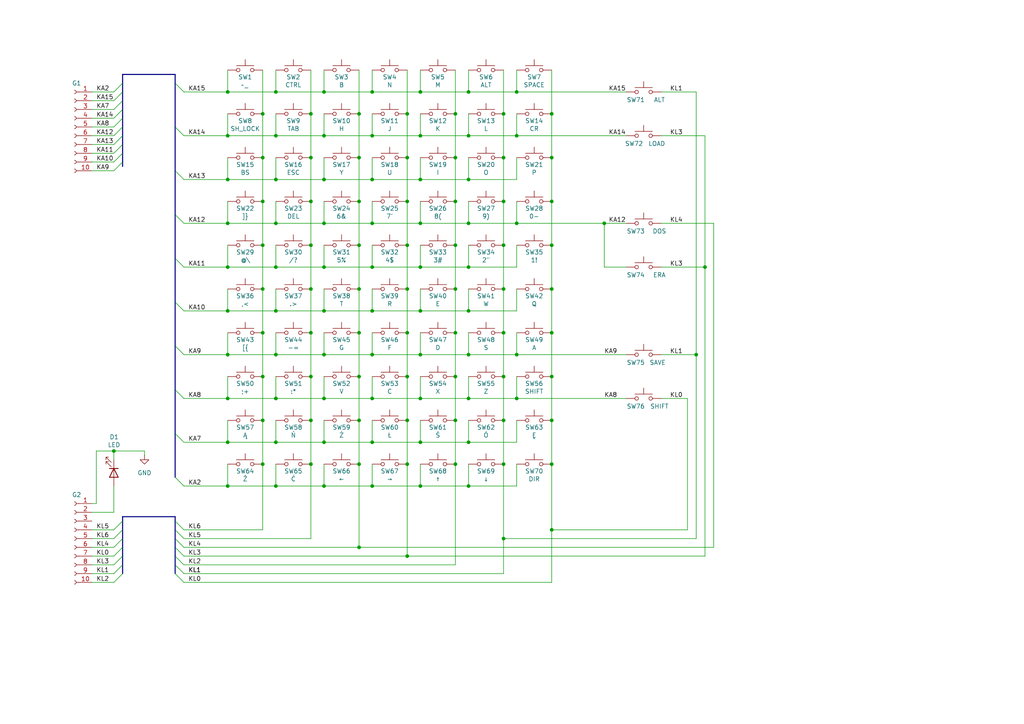
<source format=kicad_sch>
(kicad_sch (version 20250114) (generator "eeschema") (generator_version "9.0")
  (paper "A4")
  (title_block (title "Elwro 800 Junior replica - Cherry MX keyboard") (company "Przemysław Węgrzyn <pwegrzyn@codepainters.com>"))
  (lib_symbols
    (symbol "Connector:Conn_01x10_Socket" (pin_names (offset 1.016) (hide yes))
      (property "Reference" "J" (at 0 12.7 0))
      (property "Value" "Conn_01x10_Socket" (at 0 -15.24 0))
      (symbol "Conn_01x10_Socket_1_1"
        (polyline (pts (xy -1.27 10.16) (xy -0.508 10.16)) (stroke (width 0.1524)))
        (polyline (pts (xy -1.27 7.62) (xy -0.508 7.62)) (stroke (width 0.1524)))
        (polyline (pts (xy -1.27 5.08) (xy -0.508 5.08)) (stroke (width 0.1524)))
        (polyline (pts (xy -1.27 2.54) (xy -0.508 2.54)) (stroke (width 0.1524)))
        (polyline (pts (xy -1.27 0) (xy -0.508 0)) (stroke (width 0.1524)))
        (polyline (pts (xy -1.27 -2.54) (xy -0.508 -2.54)) (stroke (width 0.1524)))
        (polyline (pts (xy -1.27 -5.08) (xy -0.508 -5.08)) (stroke (width 0.1524)))
        (polyline (pts (xy -1.27 -7.62) (xy -0.508 -7.62)) (stroke (width 0.1524)))
        (polyline (pts (xy -1.27 -10.16) (xy -0.508 -10.16)) (stroke (width 0.1524)))
        (polyline (pts (xy -1.27 -12.7) (xy -0.508 -12.7)) (stroke (width 0.1524)))
        (arc (start 0 9.652) (mid -0.5058 10.16) (end 0 10.668) (stroke (width 0.1524)))
        (arc (start 0 7.112) (mid -0.5058 7.62) (end 0 8.128) (stroke (width 0.1524)))
        (arc (start 0 4.572) (mid -0.5058 5.08) (end 0 5.588) (stroke (width 0.1524)))
        (arc (start 0 2.032) (mid -0.5058 2.54) (end 0 3.048) (stroke (width 0.1524)))
        (arc (start 0 -0.508) (mid -0.5058 0) (end 0 0.508) (stroke (width 0.1524)))
        (arc (start 0 -3.048) (mid -0.5058 -2.54) (end 0 -2.032) (stroke (width 0.1524)))
        (arc (start 0 -5.588) (mid -0.5058 -5.08) (end 0 -4.572) (stroke (width 0.1524)))
        (arc (start 0 -8.128) (mid -0.5058 -7.62) (end 0 -7.112) (stroke (width 0.1524)))
        (arc (start 0 -10.668) (mid -0.5058 -10.16) (end 0 -9.652) (stroke (width 0.1524)))
        (arc (start 0 -13.208) (mid -0.5058 -12.7) (end 0 -12.192) (stroke (width 0.1524)))
        (pin passive line (at -5.08 10.16 0) (length 3.81) (name "Pin_1") (number "1"))
        (pin passive line (at -5.08 7.62 0) (length 3.81) (name "Pin_2") (number "2"))
        (pin passive line (at -5.08 5.08 0) (length 3.81) (name "Pin_3") (number "3"))
        (pin passive line (at -5.08 2.54 0) (length 3.81) (name "Pin_4") (number "4"))
        (pin passive line (at -5.08 0 0) (length 3.81) (name "Pin_5") (number "5"))
        (pin passive line (at -5.08 -2.54 0) (length 3.81) (name "Pin_6") (number "6"))
        (pin passive line (at -5.08 -5.08 0) (length 3.81) (name "Pin_7") (number "7"))
        (pin passive line (at -5.08 -7.62 0) (length 3.81) (name "Pin_8") (number "8"))
        (pin passive line (at -5.08 -10.16 0) (length 3.81) (name "Pin_9") (number "9"))
        (pin passive line (at -5.08 -12.7 0) (length 3.81) (name "Pin_10") (number "10"))
      )
    )
    (symbol "Device:LED" (pin_numbers (hide yes)) (pin_names (offset 1.016) (hide yes))
      (property "Reference" "D" (at 0 2.54 0))
      (property "Value" "LED" (at 0 -2.54 0))
      (symbol "LED_0_1"
        (polyline (pts (xy -3.048 -0.762) (xy -4.572 -2.286) (xy -3.81 -2.286) (xy -4.572 -2.286) (xy -4.572 -1.524)))
        (polyline (pts (xy -1.778 -0.762) (xy -3.302 -2.286) (xy -2.54 -2.286) (xy -3.302 -2.286) (xy -3.302 -1.524)))
        (polyline (pts (xy -1.27 0) (xy 1.27 0)))
        (polyline (pts (xy -1.27 -1.27) (xy -1.27 1.27)) (stroke (width 0.254)))
        (polyline (pts (xy 1.27 -1.27) (xy 1.27 1.27) (xy -1.27 0) (xy 1.27 -1.27)) (stroke (width 0.254)))
      )
      (symbol "LED_1_1"
        (pin passive line (at -3.81 0 0) (length 2.54) (name "K") (number "1"))
        (pin passive line (at 3.81 0 180) (length 2.54) (name "A") (number "2"))
      )
    )
    (symbol "Switch:SW_Push" (pin_numbers (hide yes)) (pin_names (offset 1.016) (hide yes))
      (property "Reference" "SW" (at 1.27 2.54 0))
      (property "Value" "SW_Push" (at 0 -1.524 0))
      (symbol "SW_Push_0_1"
        (circle (center -2.032 0) (radius 0.508))
        (polyline (pts (xy 0 1.27) (xy 0 3.048)))
        (circle (center 2.032 0) (radius 0.508))
        (polyline (pts (xy 2.54 1.27) (xy -2.54 1.27)))
        (pin passive line (at -5.08 0 0) (length 2.54) (name "1") (number "1"))
        (pin passive line (at 5.08 0 180) (length 2.54) (name "2") (number "2"))
      )
    )
    (symbol "power:GND" (power) (pin_numbers (hide yes)) (pin_names (offset 0) (hide yes))
      (property "Value" "GND" (at 0 -3.81 0))
      (symbol "GND_0_1"
        (polyline (pts (xy 0 0) (xy 0 -1.27) (xy 1.27 -1.27) (xy 0 -2.54) (xy -1.27 -1.27) (xy 0 -1.27)))
      )
      (symbol "GND_1_1"
        (pin power_in line (at 0 0 270) (length 0) (name "~") (number "1"))
      )
    )
  )
  (junction (at 121.92 64.77))
  (junction (at 175.26 64.77))
  (junction (at 90.17 58.42))
  (junction (at 93.98 128.27))
  (junction (at 160.02 83.82))
  (junction (at 135.89 102.87))
  (junction (at 104.14 71.12))
  (junction (at 121.92 26.67))
  (junction (at 160.02 134.62))
  (junction (at 90.17 109.22))
  (junction (at 149.86 115.57))
  (junction (at 149.86 26.67))
  (junction (at 160.02 109.22))
  (junction (at 121.92 140.97))
  (junction (at 149.86 64.77))
  (junction (at 107.95 77.47))
  (junction (at 80.01 140.97))
  (junction (at 80.01 26.67))
  (junction (at 201.93 102.87))
  (junction (at 132.08 45.72))
  (junction (at 149.86 39.37))
  (junction (at 76.2 134.62))
  (junction (at 121.92 115.57))
  (junction (at 121.92 90.17))
  (junction (at 160.02 58.42))
  (junction (at 121.92 52.07))
  (junction (at 118.11 58.42))
  (junction (at 93.98 64.77))
  (junction (at 121.92 102.87))
  (junction (at 146.05 96.52))
  (junction (at 160.02 153.67))
  (junction (at 90.17 33.02))
  (junction (at 132.08 96.52))
  (junction (at 104.14 83.82))
  (junction (at 121.92 39.37))
  (junction (at 66.04 39.37))
  (junction (at 93.98 115.57))
  (junction (at 93.98 140.97))
  (junction (at 135.89 26.67))
  (junction (at 135.89 77.47))
  (junction (at 146.05 134.62))
  (junction (at 90.17 83.82))
  (junction (at 104.14 121.92))
  (junction (at 146.05 83.82))
  (junction (at 121.92 128.27))
  (junction (at 66.04 52.07))
  (junction (at 132.08 33.02))
  (junction (at 160.02 45.72))
  (junction (at 135.89 115.57))
  (junction (at 76.2 45.72))
  (junction (at 135.89 128.27))
  (junction (at 132.08 109.22))
  (junction (at 90.17 71.12))
  (junction (at 66.04 64.77))
  (junction (at 76.2 58.42))
  (junction (at 90.17 134.62))
  (junction (at 76.2 121.92))
  (junction (at 118.11 83.82))
  (junction (at 76.2 71.12))
  (junction (at 118.11 33.02))
  (junction (at 107.95 52.07))
  (junction (at 135.89 64.77))
  (junction (at 146.05 71.12))
  (junction (at 107.95 102.87))
  (junction (at 93.98 39.37))
  (junction (at 135.89 140.97))
  (junction (at 80.01 77.47))
  (junction (at 90.17 121.92))
  (junction (at 135.89 90.17))
  (junction (at 104.14 134.62))
  (junction (at 146.05 58.42))
  (junction (at 66.04 140.97))
  (junction (at 76.2 109.22))
  (junction (at 80.01 90.17))
  (junction (at 66.04 90.17))
  (junction (at 104.14 33.02))
  (junction (at 33.02 130.81))
  (junction (at 118.11 71.12))
  (junction (at 66.04 128.27))
  (junction (at 146.05 156.21))
  (junction (at 121.92 77.47))
  (junction (at 107.95 115.57))
  (junction (at 66.04 102.87))
  (junction (at 104.14 158.75))
  (junction (at 132.08 134.62))
  (junction (at 118.11 109.22))
  (junction (at 149.86 102.87))
  (junction (at 204.47 77.47))
  (junction (at 135.89 39.37))
  (junction (at 80.01 115.57))
  (junction (at 118.11 45.72))
  (junction (at 93.98 52.07))
  (junction (at 104.14 45.72))
  (junction (at 66.04 26.67))
  (junction (at 66.04 77.47))
  (junction (at 80.01 52.07))
  (junction (at 93.98 90.17))
  (junction (at 160.02 33.02))
  (junction (at 80.01 128.27))
  (junction (at 80.01 102.87))
  (junction (at 93.98 26.67))
  (junction (at 132.08 58.42))
  (junction (at 107.95 39.37))
  (junction (at 76.2 83.82))
  (junction (at 93.98 77.47))
  (junction (at 107.95 128.27))
  (junction (at 80.01 39.37))
  (junction (at 146.05 45.72))
  (junction (at 146.05 33.02))
  (junction (at 118.11 121.92))
  (junction (at 118.11 134.62))
  (junction (at 107.95 140.97))
  (junction (at 132.08 83.82))
  (junction (at 118.11 96.52))
  (junction (at 107.95 26.67))
  (junction (at 118.11 161.29))
  (junction (at 66.04 115.57))
  (junction (at 160.02 71.12))
  (junction (at 160.02 121.92))
  (junction (at 76.2 33.02))
  (junction (at 90.17 45.72))
  (junction (at 104.14 96.52))
  (junction (at 104.14 58.42))
  (junction (at 93.98 102.87))
  (junction (at 132.08 121.92))
  (junction (at 104.14 109.22))
  (junction (at 146.05 121.92))
  (junction (at 80.01 64.77))
  (junction (at 90.17 96.52))
  (junction (at 132.08 71.12))
  (junction (at 107.95 90.17))
  (junction (at 76.2 96.52))
  (junction (at 107.95 64.77))
  (junction (at 160.02 96.52))
  (junction (at 146.05 109.22))
  (junction (at 135.89 52.07))
  (bus_entry (at 33.02 41.91) (size 2.54 -2.54))
  (bus_entry (at 50.8 36.83) (size 2.54 2.54))
  (bus_entry (at 33.02 49.53) (size 2.54 -2.54))
  (bus_entry (at 33.02 46.99) (size 2.54 -2.54))
  (bus_entry (at 50.8 151.13) (size 2.54 2.54))
  (bus_entry (at 33.02 163.83) (size 2.54 -2.54))
  (bus_entry (at 33.02 34.29) (size 2.54 -2.54))
  (bus_entry (at 50.8 166.37) (size 2.54 2.54))
  (bus_entry (at 50.8 153.67) (size 2.54 2.54))
  (bus_entry (at 50.8 161.29) (size 2.54 2.54))
  (bus_entry (at 33.02 36.83) (size 2.54 -2.54))
  (bus_entry (at 50.8 156.21) (size 2.54 2.54))
  (bus_entry (at 50.8 158.75) (size 2.54 2.54))
  (bus_entry (at 33.02 44.45) (size 2.54 -2.54))
  (bus_entry (at 33.02 26.67) (size 2.54 -2.54))
  (bus_entry (at 33.02 161.29) (size 2.54 -2.54))
  (bus_entry (at 33.02 31.75) (size 2.54 -2.54))
  (bus_entry (at 33.02 168.91) (size 2.54 -2.54))
  (bus_entry (at 50.8 24.13) (size 2.54 2.54))
  (bus_entry (at 50.8 138.43) (size 2.54 2.54))
  (bus_entry (at 33.02 39.37) (size 2.54 -2.54))
  (bus_entry (at 50.8 62.23) (size 2.54 2.54))
  (bus_entry (at 50.8 87.63) (size 2.54 2.54))
  (bus_entry (at 33.02 29.21) (size 2.54 -2.54))
  (bus_entry (at 33.02 156.21) (size 2.54 -2.54))
  (bus_entry (at 50.8 113.03) (size 2.54 2.54))
  (bus_entry (at 50.8 125.73) (size 2.54 2.54))
  (bus_entry (at 50.8 100.33) (size 2.54 2.54))
  (bus_entry (at 33.02 166.37) (size 2.54 -2.54))
  (bus_entry (at 50.8 49.53) (size 2.54 2.54))
  (bus_entry (at 50.8 74.93) (size 2.54 2.54))
  (bus_entry (at 33.02 153.67) (size 2.54 -2.54))
  (bus_entry (at 50.8 163.83) (size 2.54 2.54))
  (bus_entry (at 33.02 158.75) (size 2.54 -2.54))
  (wire (pts (xy 135.89 52.07) (xy 135.89 45.72)))
  (wire (pts (xy 135.89 115.57) (xy 121.92 115.57)))
  (wire (pts (xy 93.98 77.47) (xy 93.98 71.12)))
  (wire (pts (xy 107.95 128.27) (xy 107.95 121.92)))
  (wire (pts (xy 104.14 71.12) (xy 104.14 83.82)))
  (wire (pts (xy 53.34 163.83) (xy 132.08 163.83)))
  (wire (pts (xy 76.2 96.52) (xy 76.2 109.22)))
  (wire (pts (xy 107.95 39.37) (xy 107.95 33.02)))
  (wire (pts (xy 107.95 26.67) (xy 93.98 26.67)))
  (wire (pts (xy 199.39 115.57) (xy 199.39 153.67)))
  (wire (pts (xy 135.89 102.87) (xy 121.92 102.87)))
  (wire (pts (xy 80.01 128.27) (xy 80.01 121.92)))
  (bus (pts (xy 35.56 161.29) (xy 35.56 163.83)))
  (wire (pts (xy 33.02 148.59) (xy 33.02 140.97)))
  (wire (pts (xy 149.86 58.42) (xy 149.86 64.77)))
  (bus (pts (xy 50.8 138.43) (xy 50.8 125.73)))
  (wire (pts (xy 80.01 26.67) (xy 80.01 20.32)))
  (wire (pts (xy 191.77 26.67) (xy 201.93 26.67)))
  (bus (pts (xy 50.8 87.63) (xy 50.8 74.93)))
  (wire (pts (xy 118.11 83.82) (xy 118.11 96.52)))
  (wire (pts (xy 146.05 96.52) (xy 146.05 109.22)))
  (wire (pts (xy 53.34 168.91) (xy 160.02 168.91)))
  (wire (pts (xy 121.92 115.57) (xy 121.92 109.22)))
  (wire (pts (xy 121.92 90.17) (xy 107.95 90.17)))
  (wire (pts (xy 53.34 128.27) (xy 66.04 128.27)))
  (bus (pts (xy 35.56 158.75) (xy 35.56 161.29)))
  (wire (pts (xy 132.08 96.52) (xy 132.08 109.22)))
  (wire (pts (xy 135.89 90.17) (xy 121.92 90.17)))
  (wire (pts (xy 121.92 52.07) (xy 121.92 45.72)))
  (wire (pts (xy 76.2 83.82) (xy 76.2 96.52)))
  (wire (pts (xy 160.02 71.12) (xy 160.02 83.82)))
  (bus (pts (xy 50.8 113.03) (xy 50.8 100.33)))
  (wire (pts (xy 118.11 134.62) (xy 118.11 161.29)))
  (wire (pts (xy 191.77 102.87) (xy 201.93 102.87)))
  (wire (pts (xy 132.08 20.32) (xy 132.08 33.02)))
  (wire (pts (xy 132.08 71.12) (xy 132.08 83.82)))
  (wire (pts (xy 80.01 26.67) (xy 66.04 26.67)))
  (wire (pts (xy 53.34 102.87) (xy 66.04 102.87)))
  (wire (pts (xy 80.01 102.87) (xy 66.04 102.87)))
  (bus (pts (xy 35.56 153.67) (xy 35.56 156.21)))
  (wire (pts (xy 66.04 90.17) (xy 66.04 83.82)))
  (wire (pts (xy 93.98 77.47) (xy 80.01 77.47)))
  (wire (pts (xy 191.77 115.57) (xy 199.39 115.57)))
  (wire (pts (xy 149.86 102.87) (xy 181.61 102.87)))
  (wire (pts (xy 80.01 90.17) (xy 66.04 90.17)))
  (wire (pts (xy 149.86 115.57) (xy 135.89 115.57)))
  (wire (pts (xy 149.86 96.52) (xy 149.86 102.87)))
  (wire (pts (xy 66.04 128.27) (xy 66.04 121.92)))
  (wire (pts (xy 76.2 71.12) (xy 76.2 83.82)))
  (wire (pts (xy 27.94 146.05) (xy 27.94 130.81)))
  (wire (pts (xy 90.17 71.12) (xy 90.17 83.82)))
  (wire (pts (xy 80.01 102.87) (xy 80.01 96.52)))
  (wire (pts (xy 90.17 109.22) (xy 90.17 121.92)))
  (wire (pts (xy 135.89 128.27) (xy 121.92 128.27)))
  (wire (pts (xy 104.14 109.22) (xy 104.14 121.92)))
  (wire (pts (xy 93.98 102.87) (xy 80.01 102.87)))
  (wire (pts (xy 149.86 71.12) (xy 149.86 77.47)))
  (wire (pts (xy 175.26 64.77) (xy 175.26 77.47)))
  (bus (pts (xy 50.8 161.29) (xy 50.8 158.75)))
  (wire (pts (xy 26.67 156.21) (xy 33.02 156.21)))
  (wire (pts (xy 93.98 26.67) (xy 93.98 20.32)))
  (wire (pts (xy 104.14 158.75) (xy 207.01 158.75)))
  (wire (pts (xy 80.01 39.37) (xy 66.04 39.37)))
  (wire (pts (xy 160.02 96.52) (xy 160.02 109.22)))
  (wire (pts (xy 80.01 52.07) (xy 80.01 45.72)))
  (wire (pts (xy 26.67 161.29) (xy 33.02 161.29)))
  (wire (pts (xy 132.08 45.72) (xy 132.08 58.42)))
  (wire (pts (xy 90.17 20.32) (xy 90.17 33.02)))
  (wire (pts (xy 160.02 83.82) (xy 160.02 96.52)))
  (wire (pts (xy 66.04 52.07) (xy 66.04 45.72)))
  (wire (pts (xy 27.94 130.81) (xy 33.02 130.81)))
  (wire (pts (xy 93.98 140.97) (xy 80.01 140.97)))
  (wire (pts (xy 135.89 77.47) (xy 121.92 77.47)))
  (wire (pts (xy 107.95 90.17) (xy 93.98 90.17)))
  (wire (pts (xy 204.47 161.29) (xy 118.11 161.29)))
  (wire (pts (xy 146.05 156.21) (xy 146.05 166.37)))
  (wire (pts (xy 90.17 33.02) (xy 90.17 45.72)))
  (wire (pts (xy 121.92 77.47) (xy 121.92 71.12)))
  (wire (pts (xy 146.05 83.82) (xy 146.05 96.52)))
  (wire (pts (xy 149.86 128.27) (xy 135.89 128.27)))
  (wire (pts (xy 93.98 128.27) (xy 80.01 128.27)))
  (bus (pts (xy 50.8 151.13) (xy 50.8 149.86)))
  (wire (pts (xy 132.08 121.92) (xy 132.08 134.62)))
  (wire (pts (xy 149.86 140.97) (xy 135.89 140.97)))
  (wire (pts (xy 132.08 83.82) (xy 132.08 96.52)))
  (bus (pts (xy 50.8 24.13) (xy 50.8 21.59)))
  (wire (pts (xy 121.92 26.67) (xy 107.95 26.67)))
  (wire (pts (xy 191.77 77.47) (xy 204.47 77.47)))
  (wire (pts (xy 93.98 52.07) (xy 93.98 45.72)))
  (wire (pts (xy 107.95 90.17) (xy 107.95 83.82)))
  (wire (pts (xy 149.86 64.77) (xy 175.26 64.77)))
  (wire (pts (xy 104.14 96.52) (xy 104.14 109.22)))
  (wire (pts (xy 66.04 64.77) (xy 66.04 58.42)))
  (wire (pts (xy 90.17 96.52) (xy 90.17 109.22)))
  (bus (pts (xy 50.8 156.21) (xy 50.8 153.67)))
  (wire (pts (xy 121.92 64.77) (xy 121.92 58.42)))
  (wire (pts (xy 118.11 33.02) (xy 118.11 45.72)))
  (wire (pts (xy 26.67 46.99) (xy 33.02 46.99)))
  (wire (pts (xy 107.95 102.87) (xy 93.98 102.87)))
  (wire (pts (xy 135.89 64.77) (xy 135.89 58.42)))
  (bus (pts (xy 35.56 39.37) (xy 35.56 41.91)))
  (wire (pts (xy 121.92 39.37) (xy 121.92 33.02)))
  (wire (pts (xy 53.34 26.67) (xy 66.04 26.67)))
  (wire (pts (xy 104.14 33.02) (xy 104.14 45.72)))
  (wire (pts (xy 201.93 102.87) (xy 201.93 26.67)))
  (wire (pts (xy 160.02 109.22) (xy 160.02 121.92)))
  (wire (pts (xy 93.98 26.67) (xy 80.01 26.67)))
  (wire (pts (xy 26.67 31.75) (xy 33.02 31.75)))
  (wire (pts (xy 41.91 130.81) (xy 41.91 132.08)))
  (wire (pts (xy 107.95 77.47) (xy 107.95 71.12)))
  (wire (pts (xy 90.17 83.82) (xy 90.17 96.52)))
  (wire (pts (xy 204.47 39.37) (xy 204.47 77.47)))
  (wire (pts (xy 121.92 39.37) (xy 107.95 39.37)))
  (bus (pts (xy 35.56 46.99) (xy 35.56 48.26)))
  (bus (pts (xy 50.8 21.59) (xy 35.56 21.59)))
  (wire (pts (xy 121.92 26.67) (xy 121.92 20.32)))
  (wire (pts (xy 132.08 134.62) (xy 132.08 163.83)))
  (wire (pts (xy 93.98 64.77) (xy 93.98 58.42)))
  (wire (pts (xy 146.05 58.42) (xy 146.05 71.12)))
  (wire (pts (xy 53.34 64.77) (xy 66.04 64.77)))
  (wire (pts (xy 93.98 115.57) (xy 93.98 109.22)))
  (wire (pts (xy 107.95 52.07) (xy 93.98 52.07)))
  (wire (pts (xy 121.92 77.47) (xy 107.95 77.47)))
  (wire (pts (xy 146.05 45.72) (xy 146.05 58.42)))
  (bus (pts (xy 35.56 156.21) (xy 35.56 158.75)))
  (wire (pts (xy 93.98 39.37) (xy 93.98 33.02)))
  (wire (pts (xy 107.95 39.37) (xy 93.98 39.37)))
  (wire (pts (xy 135.89 128.27) (xy 135.89 121.92)))
  (wire (pts (xy 90.17 134.62) (xy 90.17 156.21)))
  (wire (pts (xy 93.98 140.97) (xy 93.98 134.62)))
  (wire (pts (xy 26.67 39.37) (xy 33.02 39.37)))
  (wire (pts (xy 26.67 34.29) (xy 33.02 34.29)))
  (wire (pts (xy 121.92 140.97) (xy 121.92 134.62)))
  (wire (pts (xy 104.14 20.32) (xy 104.14 33.02)))
  (wire (pts (xy 26.67 26.67) (xy 33.02 26.67)))
  (wire (pts (xy 33.02 130.81) (xy 41.91 130.81)))
  (wire (pts (xy 135.89 115.57) (xy 135.89 109.22)))
  (wire (pts (xy 175.26 64.77) (xy 181.61 64.77)))
  (wire (pts (xy 53.34 153.67) (xy 76.2 153.67)))
  (wire (pts (xy 191.77 64.77) (xy 207.01 64.77)))
  (wire (pts (xy 53.34 140.97) (xy 66.04 140.97)))
  (wire (pts (xy 107.95 115.57) (xy 93.98 115.57)))
  (wire (pts (xy 80.01 39.37) (xy 80.01 33.02)))
  (bus (pts (xy 35.56 31.75) (xy 35.56 34.29)))
  (wire (pts (xy 66.04 26.67) (xy 66.04 20.32)))
  (wire (pts (xy 26.67 146.05) (xy 27.94 146.05)))
  (wire (pts (xy 175.26 77.47) (xy 181.61 77.47)))
  (wire (pts (xy 146.05 109.22) (xy 146.05 121.92)))
  (wire (pts (xy 118.11 121.92) (xy 118.11 134.62)))
  (bus (pts (xy 50.8 149.86) (xy 35.56 149.86)))
  (wire (pts (xy 107.95 26.67) (xy 107.95 20.32)))
  (wire (pts (xy 135.89 140.97) (xy 135.89 134.62)))
  (wire (pts (xy 93.98 39.37) (xy 80.01 39.37)))
  (wire (pts (xy 121.92 64.77) (xy 107.95 64.77)))
  (wire (pts (xy 107.95 64.77) (xy 93.98 64.77)))
  (wire (pts (xy 26.67 163.83) (xy 33.02 163.83)))
  (bus (pts (xy 50.8 36.83) (xy 50.8 24.13)))
  (wire (pts (xy 160.02 45.72) (xy 160.02 58.42)))
  (wire (pts (xy 53.34 90.17) (xy 66.04 90.17)))
  (wire (pts (xy 26.67 153.67) (xy 33.02 153.67)))
  (wire (pts (xy 66.04 102.87) (xy 66.04 96.52)))
  (wire (pts (xy 93.98 52.07) (xy 80.01 52.07)))
  (wire (pts (xy 26.67 41.91) (xy 33.02 41.91)))
  (wire (pts (xy 121.92 52.07) (xy 107.95 52.07)))
  (wire (pts (xy 121.92 140.97) (xy 107.95 140.97)))
  (wire (pts (xy 118.11 58.42) (xy 118.11 71.12)))
  (wire (pts (xy 107.95 77.47) (xy 93.98 77.47)))
  (wire (pts (xy 93.98 128.27) (xy 93.98 121.92)))
  (wire (pts (xy 149.86 52.07) (xy 135.89 52.07)))
  (wire (pts (xy 80.01 115.57) (xy 80.01 109.22)))
  (wire (pts (xy 135.89 64.77) (xy 121.92 64.77)))
  (wire (pts (xy 80.01 52.07) (xy 66.04 52.07)))
  (wire (pts (xy 121.92 115.57) (xy 107.95 115.57)))
  (wire (pts (xy 107.95 128.27) (xy 93.98 128.27)))
  (wire (pts (xy 160.02 153.67) (xy 160.02 168.91)))
  (wire (pts (xy 207.01 158.75) (xy 207.01 64.77)))
  (wire (pts (xy 191.77 39.37) (xy 204.47 39.37)))
  (wire (pts (xy 149.86 83.82) (xy 149.86 90.17)))
  (wire (pts (xy 118.11 45.72) (xy 118.11 58.42)))
  (wire (pts (xy 160.02 58.42) (xy 160.02 71.12)))
  (wire (pts (xy 80.01 140.97) (xy 66.04 140.97)))
  (wire (pts (xy 76.2 58.42) (xy 76.2 71.12)))
  (wire (pts (xy 93.98 90.17) (xy 80.01 90.17)))
  (wire (pts (xy 132.08 58.42) (xy 132.08 71.12)))
  (bus (pts (xy 50.8 62.23) (xy 50.8 49.53)))
  (bus (pts (xy 35.56 36.83) (xy 35.56 39.37)))
  (wire (pts (xy 80.01 115.57) (xy 66.04 115.57)))
  (wire (pts (xy 33.02 130.81) (xy 33.02 133.35)))
  (wire (pts (xy 135.89 39.37) (xy 135.89 33.02)))
  (wire (pts (xy 121.92 102.87) (xy 107.95 102.87)))
  (wire (pts (xy 160.02 20.32) (xy 160.02 33.02)))
  (bus (pts (xy 35.56 29.21) (xy 35.56 31.75)))
  (wire (pts (xy 149.86 121.92) (xy 149.86 128.27)))
  (wire (pts (xy 160.02 153.67) (xy 199.39 153.67)))
  (wire (pts (xy 80.01 77.47) (xy 66.04 77.47)))
  (wire (pts (xy 121.92 128.27) (xy 107.95 128.27)))
  (bus (pts (xy 50.8 125.73) (xy 50.8 113.03)))
  (wire (pts (xy 118.11 71.12) (xy 118.11 83.82)))
  (wire (pts (xy 149.86 26.67) (xy 181.61 26.67)))
  (wire (pts (xy 53.34 52.07) (xy 66.04 52.07)))
  (wire (pts (xy 146.05 121.92) (xy 146.05 134.62)))
  (bus (pts (xy 50.8 163.83) (xy 50.8 161.29)))
  (bus (pts (xy 35.56 21.59) (xy 35.56 24.13)))
  (wire (pts (xy 26.67 158.75) (xy 33.02 158.75)))
  (wire (pts (xy 121.92 90.17) (xy 121.92 83.82)))
  (bus (pts (xy 50.8 153.67) (xy 50.8 151.13)))
  (wire (pts (xy 53.34 77.47) (xy 66.04 77.47)))
  (wire (pts (xy 80.01 64.77) (xy 66.04 64.77)))
  (wire (pts (xy 26.67 148.59) (xy 33.02 148.59)))
  (wire (pts (xy 149.86 102.87) (xy 135.89 102.87)))
  (wire (pts (xy 107.95 102.87) (xy 107.95 96.52)))
  (wire (pts (xy 76.2 134.62) (xy 76.2 153.67)))
  (wire (pts (xy 135.89 102.87) (xy 135.89 96.52)))
  (wire (pts (xy 107.95 64.77) (xy 107.95 58.42)))
  (wire (pts (xy 26.67 36.83) (xy 33.02 36.83)))
  (wire (pts (xy 118.11 20.32) (xy 118.11 33.02)))
  (wire (pts (xy 66.04 115.57) (xy 66.04 109.22)))
  (wire (pts (xy 53.34 158.75) (xy 104.14 158.75)))
  (wire (pts (xy 26.67 49.53) (xy 33.02 49.53)))
  (wire (pts (xy 149.86 109.22) (xy 149.86 115.57)))
  (wire (pts (xy 146.05 156.21) (xy 201.93 156.21)))
  (wire (pts (xy 90.17 58.42) (xy 90.17 71.12)))
  (bus (pts (xy 50.8 158.75) (xy 50.8 156.21)))
  (wire (pts (xy 135.89 26.67) (xy 121.92 26.67)))
  (wire (pts (xy 53.34 166.37) (xy 146.05 166.37)))
  (wire (pts (xy 135.89 90.17) (xy 135.89 83.82)))
  (wire (pts (xy 80.01 90.17) (xy 80.01 83.82)))
  (wire (pts (xy 160.02 33.02) (xy 160.02 45.72)))
  (wire (pts (xy 149.86 90.17) (xy 135.89 90.17)))
  (wire (pts (xy 201.93 156.21) (xy 201.93 102.87)))
  (wire (pts (xy 80.01 140.97) (xy 80.01 134.62)))
  (wire (pts (xy 121.92 102.87) (xy 121.92 96.52)))
  (bus (pts (xy 50.8 49.53) (xy 50.8 36.83)))
  (wire (pts (xy 146.05 134.62) (xy 146.05 156.21)))
  (wire (pts (xy 146.05 71.12) (xy 146.05 83.82)))
  (wire (pts (xy 76.2 33.02) (xy 76.2 45.72)))
  (wire (pts (xy 80.01 77.47) (xy 80.01 71.12)))
  (wire (pts (xy 135.89 140.97) (xy 121.92 140.97)))
  (wire (pts (xy 149.86 39.37) (xy 135.89 39.37)))
  (bus (pts (xy 50.8 74.93) (xy 50.8 62.23)))
  (bus (pts (xy 35.56 24.13) (xy 35.56 26.67)))
  (wire (pts (xy 149.86 115.57) (xy 181.61 115.57)))
  (wire (pts (xy 80.01 128.27) (xy 66.04 128.27)))
  (bus (pts (xy 35.56 34.29) (xy 35.56 36.83)))
  (wire (pts (xy 76.2 20.32) (xy 76.2 33.02)))
  (wire (pts (xy 107.95 115.57) (xy 107.95 109.22)))
  (bus (pts (xy 35.56 151.13) (xy 35.56 153.67)))
  (bus (pts (xy 35.56 26.67) (xy 35.56 29.21)))
  (wire (pts (xy 146.05 33.02) (xy 146.05 45.72)))
  (bus (pts (xy 35.56 41.91) (xy 35.56 44.45)))
  (wire (pts (xy 104.14 134.62) (xy 104.14 158.75)))
  (wire (pts (xy 135.89 52.07) (xy 121.92 52.07)))
  (wire (pts (xy 107.95 140.97) (xy 107.95 134.62)))
  (wire (pts (xy 149.86 64.77) (xy 135.89 64.77)))
  (wire (pts (xy 149.86 77.47) (xy 135.89 77.47)))
  (wire (pts (xy 93.98 64.77) (xy 80.01 64.77)))
  (wire (pts (xy 66.04 77.47) (xy 66.04 71.12)))
  (bus (pts (xy 50.8 166.37) (xy 50.8 163.83)))
  (wire (pts (xy 121.92 128.27) (xy 121.92 121.92)))
  (bus (pts (xy 35.56 163.83) (xy 35.56 166.37)))
  (wire (pts (xy 76.2 45.72) (xy 76.2 58.42)))
  (wire (pts (xy 107.95 140.97) (xy 93.98 140.97)))
  (bus (pts (xy 35.56 149.86) (xy 35.56 151.13)))
  (wire (pts (xy 118.11 109.22) (xy 118.11 121.92)))
  (wire (pts (xy 66.04 39.37) (xy 66.04 33.02)))
  (wire (pts (xy 26.67 168.91) (xy 33.02 168.91)))
  (wire (pts (xy 26.67 44.45) (xy 33.02 44.45)))
  (wire (pts (xy 104.14 45.72) (xy 104.14 58.42)))
  (wire (pts (xy 76.2 109.22) (xy 76.2 121.92)))
  (wire (pts (xy 135.89 77.47) (xy 135.89 71.12)))
  (wire (pts (xy 26.67 166.37) (xy 33.02 166.37)))
  (wire (pts (xy 204.47 77.47) (xy 204.47 161.29)))
  (wire (pts (xy 66.04 140.97) (xy 66.04 134.62)))
  (wire (pts (xy 149.86 45.72) (xy 149.86 52.07)))
  (wire (pts (xy 146.05 20.32) (xy 146.05 33.02)))
  (wire (pts (xy 93.98 90.17) (xy 93.98 83.82)))
  (wire (pts (xy 104.14 58.42) (xy 104.14 71.12)))
  (wire (pts (xy 53.34 156.21) (xy 90.17 156.21)))
  (wire (pts (xy 104.14 83.82) (xy 104.14 96.52)))
  (wire (pts (xy 53.34 39.37) (xy 66.04 39.37)))
  (wire (pts (xy 90.17 121.92) (xy 90.17 134.62)))
  (wire (pts (xy 149.86 33.02) (xy 149.86 39.37)))
  (wire (pts (xy 149.86 20.32) (xy 149.86 26.67)))
  (wire (pts (xy 90.17 45.72) (xy 90.17 58.42)))
  (wire (pts (xy 80.01 64.77) (xy 80.01 58.42)))
  (wire (pts (xy 135.89 39.37) (xy 121.92 39.37)))
  (wire (pts (xy 160.02 121.92) (xy 160.02 134.62)))
  (wire (pts (xy 26.67 29.21) (xy 33.02 29.21)))
  (wire (pts (xy 53.34 115.57) (xy 66.04 115.57)))
  (wire (pts (xy 104.14 121.92) (xy 104.14 134.62)))
  (wire (pts (xy 132.08 109.22) (xy 132.08 121.92)))
  (bus (pts (xy 35.56 44.45) (xy 35.56 46.99)))
  (wire (pts (xy 93.98 102.87) (xy 93.98 96.52)))
  (wire (pts (xy 149.86 26.67) (xy 135.89 26.67)))
  (bus (pts (xy 50.8 100.33) (xy 50.8 87.63)))
  (wire (pts (xy 76.2 121.92) (xy 76.2 134.62)))
  (wire (pts (xy 132.08 33.02) (xy 132.08 45.72)))
  (wire (pts (xy 149.86 134.62) (xy 149.86 140.97)))
  (wire (pts (xy 107.95 52.07) (xy 107.95 45.72)))
  (wire (pts (xy 53.34 161.29) (xy 118.11 161.29)))
  (wire (pts (xy 118.11 96.52) (xy 118.11 109.22)))
  (wire (pts (xy 160.02 134.62) (xy 160.02 153.67)))
  (wire (pts (xy 149.86 39.37) (xy 181.61 39.37)))
  (wire (pts (xy 93.98 115.57) (xy 80.01 115.57)))
  (wire (pts (xy 135.89 26.67) (xy 135.89 20.32)))
  (label "KA9" (at 54.61 102.87 0))
  (label "KL0" (at 27.94 161.29 0))
  (label "KA9" (at 175.26 102.87 0))
  (label "KL4" (at 194.31 64.77 0))
  (label "KL2" (at 27.94 168.91 0))
  (label "KA12" (at 27.94 39.37 0))
  (label "KL0" (at 54.61 168.91 0))
  (label "KL5" (at 54.61 156.21 0))
  (label "KL6" (at 27.94 156.21 0))
  (label "KA8" (at 27.94 36.83 0))
  (label "KA12" (at 176.53 64.77 0))
  (label "KA15" (at 54.61 26.67 0))
  (label "KA2" (at 54.61 140.97 0))
  (label "KA8" (at 175.26 115.57 0))
  (label "KL1" (at 194.31 26.67 0))
  (label "KL3" (at 54.61 161.29 0))
  (label "KL1" (at 27.94 166.37 0))
  (label "KL6" (at 54.61 153.67 0))
  (label "KA15" (at 27.94 29.21 0))
  (label "KL1" (at 194.31 102.87 0))
  (label "KA8" (at 54.61 115.57 0))
  (label "KA11" (at 27.94 44.45 0))
  (label "KA10" (at 54.61 90.17 0))
  (label "KL3" (at 194.31 77.47 0))
  (label "KA7" (at 54.61 128.27 0))
  (label "KA10" (at 27.94 46.99 0))
  (label "KA14" (at 54.61 39.37 0))
  (label "KL5" (at 27.94 153.67 0))
  (label "KA9" (at 27.94 49.53 0))
  (label "KL0" (at 194.31 115.57 0))
  (label "KL4" (at 27.94 158.75 0))
  (label "KL2" (at 54.61 163.83 0))
  (label "KA13" (at 27.94 41.91 0))
  (label "KA14" (at 176.53 39.37 0))
  (label "KA2" (at 27.94 26.67 0))
  (label "KA12" (at 54.61 64.77 0))
  (label "KL1" (at 54.61 166.37 0))
  (label "KL3" (at 27.94 163.83 0))
  (label "KL3" (at 194.31 39.37 0))
  (label "KL4" (at 54.61 158.75 0))
  (label "KA13" (at 54.61 52.07 0))
  (label "KA14" (at 27.94 34.29 0))
  (label "KA7" (at 27.94 31.75 0))
  (label "KA15" (at 176.53 26.67 0))
  (label "KL1" (at 54.61 166.37 0))
  (label "KA11" (at 54.61 77.47 0))
  (symbol (lib_id "Switch:SW_Push") (at 113.03 45.72 0) (unit 1)
    (property "Reference" "SW18" (at 113.03 47.752 0))
    (property "Value" "U" (at 113.03 50.038 0))
    (property "Footprint" "cherry:SW_Cherry_MX_1.00u_PCB" (effects (hide yes)))
    (property "Description" "Push button switch, generic, two pins" (effects (hide yes)))
  )
  (symbol (lib_id "Switch:SW_Push") (at 85.09 83.82 0) (unit 1)
    (property "Reference" "SW37" (at 85.09 85.852 0))
    (property "Value" ".>" (at 85.09 88.138 0))
    (property "Footprint" "cherry:SW_Cherry_MX_1.00u_PCB" (effects (hide yes)))
    (property "Description" "Push button switch, generic, two pins" (effects (hide yes)))
  )
  (symbol (lib_id "Switch:SW_Push") (at 154.94 45.72 0) (unit 1)
    (property "Reference" "SW21" (at 154.94 47.752 0))
    (property "Value" "P" (at 154.94 50.038 0))
    (property "Footprint" "cherry:SW_Cherry_MX_1.00u_PCB" (effects (hide yes)))
    (property "Description" "Push button switch, generic, two pins" (effects (hide yes)))
  )
  (symbol (lib_id "Switch:SW_Push") (at 99.06 83.82 0) (unit 1)
    (property "Reference" "SW38" (at 99.06 85.852 0))
    (property "Value" "T" (at 99.06 88.138 0))
    (property "Footprint" "cherry:SW_Cherry_MX_1.00u_PCB" (effects (hide yes)))
    (property "Description" "Push button switch, generic, two pins" (effects (hide yes)))
  )
  (symbol (lib_id "Switch:SW_Push") (at 140.97 83.82 0) (unit 1)
    (property "Reference" "SW41" (at 140.97 85.852 0))
    (property "Value" "W" (at 140.97 88.138 0))
    (property "Footprint" "cherry:SW_Cherry_MX_1.00u_PCB" (effects (hide yes)))
    (property "Description" "Push button switch, generic, two pins" (effects (hide yes)))
  )
  (symbol (lib_id "Switch:SW_Push") (at 154.94 96.52 0) (unit 1)
    (property "Reference" "SW49" (at 154.94 98.552 0))
    (property "Value" "A" (at 154.94 100.838 0))
    (property "Footprint" "cherry:SW_Cherry_MX_1.00u_PCB" (effects (hide yes)))
    (property "Description" "Push button switch, generic, two pins" (effects (hide yes)))
  )
  (symbol (lib_id "Connector:Conn_01x10_Socket") (at 21.59 156.21 0) (mirror y) (unit 1)
    (property "Reference" "G2" (at 22.225 143.51 0))
    (property "Value" "Conn_01x10_Socket" (effects (hide yes)))
    (property "Footprint" "Connector_PinHeader_2.54mm:PinHeader_1x10_P2.54mm_Vertical" (effects (hide yes)))
    (property "Description" "Generic connector, single row, 01x10, script generated" (effects (hide yes)))
  )
  (symbol (lib_id "power:GND") (at 41.91 132.08 0) (unit 1)
    (property "Reference" "#PWR01" (effects (hide yes)))
    (property "Value" "GND" (at 41.91 137.16 0))
    (property "Description" "Power symbol creates a global label with name \"GND\" , ground" (effects (hide yes)))
  )
  (symbol (lib_id "Switch:SW_Push") (at 154.94 109.22 0) (unit 1)
    (property "Reference" "SW56" (at 154.94 111.252 0))
    (property "Value" "SHIFT" (at 154.94 113.538 0))
    (property "Footprint" "cherry:SW_Cherry_MX_1.00u_PCB" (effects (hide yes)))
    (property "Description" "Push button switch, generic, two pins" (effects (hide yes)))
  )
  (symbol (lib_id "Switch:SW_Push") (at 113.03 33.02 0) (unit 1)
    (property "Reference" "SW11" (at 113.03 35.052 0))
    (property "Value" "J" (at 113.03 37.338 0))
    (property "Footprint" "cherry:SW_Cherry_MX_1.00u_PCB" (effects (hide yes)))
    (property "Description" "Push button switch, generic, two pins" (effects (hide yes)))
  )
  (symbol (lib_id "Switch:SW_Push") (at 154.94 134.62 0) (mirror y) (unit 1)
    (property "Reference" "SW70" (at 154.94 136.652 0))
    (property "Value" "DIR" (at 154.94 138.938 0))
    (property "Footprint" "cherry:SW_Cherry_MX_1.00u_PCB" (effects (hide yes)))
    (property "Description" "Push button switch, generic, two pins" (effects (hide yes)))
  )
  (symbol (lib_id "Switch:SW_Push") (at 99.06 96.52 0) (unit 1)
    (property "Reference" "SW45" (at 99.06 98.552 0))
    (property "Value" "G" (at 99.06 100.838 0))
    (property "Footprint" "cherry:SW_Cherry_MX_1.00u_PCB" (effects (hide yes)))
    (property "Description" "Push button switch, generic, two pins" (effects (hide yes)))
  )
  (symbol (lib_id "Switch:SW_Push") (at 71.12 20.32 0) (unit 1)
    (property "Reference" "SW1" (at 71.12 22.352 0))
    (property "Value" "^-" (at 71.12 25.4 0))
    (property "Footprint" "cherry:SW_Cherry_MX_1.00u_PCB" (effects (hide yes)))
    (property "Description" "Push button switch, generic, two pins" (effects (hide yes)))
  )
  (symbol (lib_id "Device:LED") (at 33.02 137.16 270) (unit 1)
    (property "Reference" "D1" (at 31.75 126.746 90) (effects (justify left)))
    (property "Value" "LED" (at 31.242 129.032 90) (effects (justify left)))
    (property "Footprint" "LED_THT:LED_D5.0mm" (effects (hide yes)))
    (property "Description" "Light emitting diode" (effects (hide yes)))
  )
  (symbol (lib_id "Switch:SW_Push") (at 186.69 115.57 0) (unit 1)
    (property "Reference" "SW76" (at 184.404 117.856 0))
    (property "Value" "SHIFT" (at 191.262 117.856 0))
    (property "Footprint" "cherry:SW_Cherry_MX_1.50u_PCB" (effects (hide yes)))
    (property "Description" "Push button switch, generic, two pins" (effects (hide yes)))
  )
  (symbol (lib_id "Switch:SW_Push") (at 154.94 71.12 0) (unit 1)
    (property "Reference" "SW35" (at 154.94 73.152 0))
    (property "Value" "1!" (at 154.94 75.438 0))
    (property "Footprint" "cherry:SW_Cherry_MX_1.00u_PCB" (effects (hide yes)))
    (property "Description" "Push button switch, generic, two pins" (effects (hide yes)))
  )
  (symbol (lib_id "Switch:SW_Push") (at 99.06 109.22 0) (unit 1)
    (property "Reference" "SW52" (at 99.06 111.252 0))
    (property "Value" "V" (at 99.06 113.538 0))
    (property "Footprint" "cherry:SW_Cherry_MX_1.00u_PCB" (effects (hide yes)))
    (property "Description" "Push button switch, generic, two pins" (effects (hide yes)))
  )
  (symbol (lib_id "Switch:SW_Push") (at 127 58.42 0) (unit 1)
    (property "Reference" "SW26" (at 127 60.452 0))
    (property "Value" "8(" (at 127 62.738 0))
    (property "Footprint" "cherry:SW_Cherry_MX_1.00u_PCB" (effects (hide yes)))
    (property "Description" "Push button switch, generic, two pins" (effects (hide yes)))
  )
  (symbol (lib_id "Switch:SW_Push") (at 186.69 102.87 0) (mirror y) (unit 1)
    (property "Reference" "SW75" (at 184.404 105.156 0))
    (property "Value" "SAVE" (at 190.754 105.156 0))
    (property "Footprint" "cherry:SW_Cherry_MX_1.00u_PCB" (effects (hide yes)))
    (property "Description" "Push button switch, generic, two pins" (effects (hide yes)))
  )
  (symbol (lib_id "Switch:SW_Push") (at 71.12 109.22 0) (unit 1)
    (property "Reference" "SW50" (at 71.12 111.252 0))
    (property "Value" ";+" (at 71.12 113.538 0))
    (property "Footprint" "cherry:SW_Cherry_MX_1.00u_PCB" (effects (hide yes)))
    (property "Description" "Push button switch, generic, two pins" (effects (hide yes)))
  )
  (symbol (lib_id "Switch:SW_Push") (at 99.06 33.02 0) (unit 1)
    (property "Reference" "SW10" (at 99.06 35.052 0))
    (property "Value" "H" (at 99.06 37.338 0))
    (property "Footprint" "cherry:SW_Cherry_MX_1.00u_PCB" (effects (hide yes)))
    (property "Description" "Push button switch, generic, two pins" (effects (hide yes)))
  )
  (symbol (lib_id "Switch:SW_Push") (at 127 33.02 0) (unit 1)
    (property "Reference" "SW12" (at 127 35.052 0))
    (property "Value" "K" (at 127 37.338 0))
    (property "Footprint" "cherry:SW_Cherry_MX_1.00u_PCB" (effects (hide yes)))
    (property "Description" "Push button switch, generic, two pins" (effects (hide yes)))
  )
  (symbol (lib_id "Switch:SW_Push") (at 127 45.72 0) (unit 1)
    (property "Reference" "SW19" (at 127 47.752 0))
    (property "Value" "I" (at 127 50.038 0))
    (property "Footprint" "cherry:SW_Cherry_MX_1.00u_PCB" (effects (hide yes)))
    (property "Description" "Push button switch, generic, two pins" (effects (hide yes)))
  )
  (symbol (lib_id "Switch:SW_Push") (at 85.09 121.92 0) (unit 1)
    (property "Reference" "SW58" (at 85.09 123.952 0))
    (property "Value" "Ń" (at 85.09 126.238 0))
    (property "Footprint" "cherry:SW_Cherry_MX_1.00u_PCB" (effects (hide yes)))
    (property "Description" "Push button switch, generic, two pins" (effects (hide yes)))
  )
  (symbol (lib_id "Switch:SW_Push") (at 85.09 109.22 0) (unit 1)
    (property "Reference" "SW51" (at 85.09 111.252 0))
    (property "Value" ":*" (at 85.09 113.538 0))
    (property "Footprint" "cherry:SW_Cherry_MX_1.00u_PCB" (effects (hide yes)))
    (property "Description" "Push button switch, generic, two pins" (effects (hide yes)))
  )
  (symbol (lib_id "Switch:SW_Push") (at 71.12 96.52 0) (unit 1)
    (property "Reference" "SW43" (at 71.12 98.552 0))
    (property "Value" "[{" (at 71.12 100.838 0))
    (property "Footprint" "cherry:SW_Cherry_MX_1.00u_PCB" (effects (hide yes)))
    (property "Description" "Push button switch, generic, two pins" (effects (hide yes)))
  )
  (symbol (lib_id "Switch:SW_Push") (at 113.03 134.62 0) (unit 1)
    (property "Reference" "SW67" (at 113.03 136.652 0))
    (property "Value" "→" (at 113.03 138.938 0))
    (property "Footprint" "cherry:SW_Cherry_MX_1.00u_PCB" (effects (hide yes)))
    (property "Description" "Push button switch, generic, two pins" (effects (hide yes)))
  )
  (symbol (lib_id "Switch:SW_Push") (at 154.94 121.92 0) (unit 1)
    (property "Reference" "SW63" (at 154.94 123.952 0))
    (property "Value" "Ę" (at 154.94 126.238 0))
    (property "Footprint" "cherry:SW_Cherry_MX_1.00u_PCB" (effects (hide yes)))
    (property "Description" "Push button switch, generic, two pins" (effects (hide yes)))
  )
  (symbol (lib_id "Switch:SW_Push") (at 99.06 121.92 0) (unit 1)
    (property "Reference" "SW59" (at 99.06 123.952 0))
    (property "Value" "Ź" (at 99.06 126.238 0))
    (property "Footprint" "cherry:SW_Cherry_MX_1.00u_PCB" (effects (hide yes)))
    (property "Description" "Push button switch, generic, two pins" (effects (hide yes)))
  )
  (symbol (lib_id "Switch:SW_Push") (at 85.09 96.52 0) (unit 1)
    (property "Reference" "SW44" (at 85.09 98.552 0))
    (property "Value" "-=" (at 85.09 100.838 0))
    (property "Footprint" "cherry:SW_Cherry_MX_1.00u_PCB" (effects (hide yes)))
    (property "Description" "Push button switch, generic, two pins" (effects (hide yes)))
  )
  (symbol (lib_id "Switch:SW_Push") (at 186.69 77.47 0) (unit 1)
    (property "Reference" "SW74" (at 184.404 79.756 0))
    (property "Value" "ERA" (at 191.262 79.756 0))
    (property "Footprint" "cherry:SW_Cherry_MX_1.00u_PCB" (effects (hide yes)))
    (property "Description" "Push button switch, generic, two pins" (effects (hide yes)))
  )
  (symbol (lib_id "Switch:SW_Push") (at 113.03 58.42 0) (unit 1)
    (property "Reference" "SW25" (at 113.03 60.452 0))
    (property "Value" "7'" (at 113.03 62.738 0))
    (property "Footprint" "cherry:SW_Cherry_MX_1.00u_PCB" (effects (hide yes)))
    (property "Description" "Push button switch, generic, two pins" (effects (hide yes)))
  )
  (symbol (lib_id "Switch:SW_Push") (at 113.03 83.82 0) (unit 1)
    (property "Reference" "SW39" (at 113.03 85.852 0))
    (property "Value" "R" (at 113.03 88.138 0))
    (property "Footprint" "cherry:SW_Cherry_MX_1.00u_PCB" (effects (hide yes)))
    (property "Description" "Push button switch, generic, two pins" (effects (hide yes)))
  )
  (symbol (lib_id "Switch:SW_Push") (at 71.12 33.02 0) (unit 1)
    (property "Reference" "SW8" (at 71.12 35.052 0))
    (property "Value" "SH_LOCK" (at 71.12 37.338 0))
    (property "Footprint" "cherry:SW_Cherry_MX_1.00u_PCB" (effects (hide yes)))
    (property "Description" "Push button switch, generic, two pins" (effects (hide yes)))
  )
  (symbol (lib_id "Switch:SW_Push") (at 99.06 134.62 0) (unit 1)
    (property "Reference" "SW66" (at 99.06 136.652 0))
    (property "Value" "←" (at 99.06 138.938 0))
    (property "Footprint" "cherry:SW_Cherry_MX_1.00u_PCB" (effects (hide yes)))
    (property "Description" "Push button switch, generic, two pins" (effects (hide yes)))
  )
  (symbol (lib_id "Switch:SW_Push") (at 99.06 45.72 0) (unit 1)
    (property "Reference" "SW17" (at 99.06 47.752 0))
    (property "Value" "Y" (at 99.06 50.038 0))
    (property "Footprint" "cherry:SW_Cherry_MX_1.00u_PCB" (effects (hide yes)))
    (property "Description" "Push button switch, generic, two pins" (effects (hide yes)))
  )
  (symbol (lib_id "Switch:SW_Push") (at 71.12 83.82 0) (unit 1)
    (property "Reference" "SW36" (at 71.12 85.852 0))
    (property "Value" ",<" (at 71.12 88.138 0))
    (property "Footprint" "cherry:SW_Cherry_MX_1.00u_PCB" (effects (hide yes)))
    (property "Description" "Push button switch, generic, two pins" (effects (hide yes)))
  )
  (symbol (lib_id "Switch:SW_Push") (at 99.06 20.32 0) (unit 1)
    (property "Reference" "SW3" (at 99.06 22.352 0))
    (property "Value" "B" (at 99.06 24.638 0))
    (property "Footprint" "cherry:SW_Cherry_MX_1.00u_PCB" (effects (hide yes)))
    (property "Description" "Push button switch, generic, two pins" (effects (hide yes)))
  )
  (symbol (lib_id "Switch:SW_Push") (at 71.12 45.72 0) (unit 1)
    (property "Reference" "SW15" (at 71.12 47.752 0))
    (property "Value" "BS" (at 71.12 50.038 0))
    (property "Footprint" "cherry:SW_Cherry_MX_1.00u_PCB" (effects (hide yes)))
    (property "Description" "Push button switch, generic, two pins" (effects (hide yes)))
  )
  (symbol (lib_id "Switch:SW_Push") (at 85.09 134.62 0) (unit 1)
    (property "Reference" "SW65" (at 85.09 136.652 0))
    (property "Value" "Ć" (at 85.09 138.938 0))
    (property "Footprint" "cherry:SW_Cherry_MX_1.00u_PCB" (effects (hide yes)))
    (property "Description" "Push button switch, generic, two pins" (effects (hide yes)))
  )
  (symbol (lib_id "Switch:SW_Push") (at 85.09 20.32 0) (unit 1)
    (property "Reference" "SW2" (at 85.09 22.352 0))
    (property "Value" "CTRL" (at 85.09 24.638 0))
    (property "Footprint" "cherry:SW_Cherry_MX_1.00u_PCB" (effects (hide yes)))
    (property "Description" "Push button switch, generic, two pins" (effects (hide yes)))
  )
  (symbol (lib_id "Switch:SW_Push") (at 140.97 20.32 0) (unit 1)
    (property "Reference" "SW6" (at 140.97 22.352 0))
    (property "Value" "ALT" (at 140.97 24.638 0))
    (property "Footprint" "cherry:SW_Cherry_MX_1.00u_PCB" (effects (hide yes)))
    (property "Description" "Push button switch, generic, two pins" (effects (hide yes)))
  )
  (symbol (lib_id "Switch:SW_Push") (at 127 83.82 0) (unit 1)
    (property "Reference" "SW40" (at 127 85.852 0))
    (property "Value" "E" (at 127 88.138 0))
    (property "Footprint" "cherry:SW_Cherry_MX_1.00u_PCB" (effects (hide yes)))
    (property "Description" "Push button switch, generic, two pins" (effects (hide yes)))
  )
  (symbol (lib_id "Switch:SW_Push") (at 85.09 71.12 0) (unit 1)
    (property "Reference" "SW30" (at 85.09 73.152 0))
    (property "Value" "/?" (at 85.09 75.438 0))
    (property "Footprint" "cherry:SW_Cherry_MX_1.00u_PCB" (effects (hide yes)))
    (property "Description" "Push button switch, generic, two pins" (effects (hide yes)))
  )
  (symbol (lib_id "Switch:SW_Push") (at 140.97 96.52 0) (unit 1)
    (property "Reference" "SW48" (at 140.97 98.552 0))
    (property "Value" "S" (at 140.97 100.838 0))
    (property "Footprint" "cherry:SW_Cherry_MX_1.00u_PCB" (effects (hide yes)))
    (property "Description" "Push button switch, generic, two pins" (effects (hide yes)))
  )
  (symbol (lib_id "Switch:SW_Push") (at 127 96.52 0) (unit 1)
    (property "Reference" "SW47" (at 127 98.552 0))
    (property "Value" "D" (at 127 100.838 0))
    (property "Footprint" "cherry:SW_Cherry_MX_1.00u_PCB" (effects (hide yes)))
    (property "Description" "Push button switch, generic, two pins" (effects (hide yes)))
  )
  (symbol (lib_id "Switch:SW_Push") (at 127 71.12 0) (unit 1)
    (property "Reference" "SW33" (at 127 73.152 0))
    (property "Value" "3#" (at 127 75.438 0))
    (property "Footprint" "cherry:SW_Cherry_MX_1.00u_PCB" (effects (hide yes)))
    (property "Description" "Push button switch, generic, two pins" (effects (hide yes)))
  )
  (symbol (lib_id "Switch:SW_Push") (at 127 134.62 0) (unit 1)
    (property "Reference" "SW68" (at 127 136.652 0))
    (property "Value" "↑" (at 127 138.938 0))
    (property "Footprint" "cherry:SW_Cherry_MX_2.00u_PCB" (effects (hide yes)))
    (property "Description" "Push button switch, generic, two pins" (effects (hide yes)))
  )
  (symbol (lib_id "Switch:SW_Push") (at 140.97 33.02 0) (unit 1)
    (property "Reference" "SW13" (at 140.97 35.052 0))
    (property "Value" "L" (at 140.97 37.338 0))
    (property "Footprint" "cherry:SW_Cherry_MX_1.00u_PCB" (effects (hide yes)))
    (property "Description" "Push button switch, generic, two pins" (effects (hide yes)))
  )
  (symbol (lib_id "Switch:SW_Push") (at 99.06 58.42 0) (unit 1)
    (property "Reference" "SW24" (at 99.06 60.452 0))
    (property "Value" "6&" (at 99.06 62.738 0))
    (property "Footprint" "cherry:SW_Cherry_MX_1.00u_PCB" (effects (hide yes)))
    (property "Description" "Push button switch, generic, two pins" (effects (hide yes)))
  )
  (symbol (lib_id "Switch:SW_Push") (at 154.94 83.82 0) (unit 1)
    (property "Reference" "SW42" (at 154.94 85.852 0))
    (property "Value" "Q" (at 154.94 88.138 0))
    (property "Footprint" "cherry:SW_Cherry_MX_1.00u_PCB" (effects (hide yes)))
    (property "Description" "Push button switch, generic, two pins" (effects (hide yes)))
  )
  (symbol (lib_id "Switch:SW_Push") (at 186.69 26.67 0) (unit 1)
    (property "Reference" "SW71" (at 184.404 28.956 0))
    (property "Value" "ALT" (at 191.262 28.956 0))
    (property "Footprint" "cherry:SW_Cherry_MX_1.00u_PCB" (effects (hide yes)))
    (property "Description" "Push button switch, generic, two pins" (effects (hide yes)))
  )
  (symbol (lib_id "Switch:SW_Push") (at 140.97 45.72 0) (unit 1)
    (property "Reference" "SW20" (at 140.97 47.752 0))
    (property "Value" "O" (at 140.97 50.038 0))
    (property "Footprint" "cherry:SW_Cherry_MX_1.00u_PCB" (effects (hide yes)))
    (property "Description" "Push button switch, generic, two pins" (effects (hide yes)))
  )
  (symbol (lib_id "Switch:SW_Push") (at 85.09 33.02 0) (unit 1)
    (property "Reference" "SW9" (at 85.09 35.052 0))
    (property "Value" "TAB" (at 85.09 37.338 0))
    (property "Footprint" "cherry:SW_Cherry_MX_1.00u_PCB" (effects (hide yes)))
    (property "Description" "Push button switch, generic, two pins" (effects (hide yes)))
  )
  (symbol (lib_id "Switch:SW_Push") (at 127 20.32 0) (unit 1)
    (property "Reference" "SW5" (at 127 22.352 0))
    (property "Value" "M" (at 127 24.638 0))
    (property "Footprint" "cherry:SW_Cherry_MX_1.00u_PCB" (effects (hide yes)))
    (property "Description" "Push button switch, generic, two pins" (effects (hide yes)))
  )
  (symbol (lib_id "Switch:SW_Push") (at 154.94 33.02 0) (mirror y) (unit 1)
    (property "Reference" "SW14" (at 154.94 35.052 0))
    (property "Value" "CR" (at 154.94 37.338 0))
    (property "Footprint" "cherry:SW_Cherry_MX_1.50u_PCB" (effects (hide yes)))
    (property "Description" "Push button switch, generic, two pins" (effects (hide yes)))
  )
  (symbol (lib_id "Switch:SW_Push") (at 85.09 58.42 0) (unit 1)
    (property "Reference" "SW23" (at 85.09 60.452 0))
    (property "Value" "DEL" (at 85.09 62.738 0))
    (property "Footprint" "cherry:SW_Cherry_MX_1.00u_PCB" (effects (hide yes)))
    (property "Description" "Push button switch, generic, two pins" (effects (hide yes)))
  )
  (symbol (lib_id "Switch:SW_Push") (at 186.69 39.37 0) (mirror y) (unit 1)
    (property "Reference" "SW72" (at 183.896 41.656 0))
    (property "Value" "LOAD" (at 190.5 41.656 0))
    (property "Footprint" "cherry:SW_Cherry_MX_1.00u_PCB" (effects (hide yes)))
    (property "Description" "Push button switch, generic, two pins" (effects (hide yes)))
  )
  (symbol (lib_id "Switch:SW_Push") (at 71.12 121.92 0) (unit 1)
    (property "Reference" "SW57" (at 71.12 123.952 0))
    (property "Value" "Ą" (at 71.12 126.238 0))
    (property "Footprint" "cherry:SW_Cherry_MX_1.00u_PCB" (effects (hide yes)))
    (property "Description" "Push button switch, generic, two pins" (effects (hide yes)))
  )
  (symbol (lib_id "Switch:SW_Push") (at 113.03 121.92 0) (unit 1)
    (property "Reference" "SW60" (at 113.03 123.952 0))
    (property "Value" "Ł" (at 113.03 126.238 0))
    (property "Footprint" "cherry:SW_Cherry_MX_1.00u_PCB" (effects (hide yes)))
    (property "Description" "Push button switch, generic, two pins" (effects (hide yes)))
  )
  (symbol (lib_id "Switch:SW_Push") (at 154.94 58.42 0) (unit 1)
    (property "Reference" "SW28" (at 154.94 60.452 0))
    (property "Value" "0-" (at 154.94 62.738 0))
    (property "Footprint" "cherry:SW_Cherry_MX_1.00u_PCB" (effects (hide yes)))
    (property "Description" "Push button switch, generic, two pins" (effects (hide yes)))
  )
  (symbol (lib_id "Switch:SW_Push") (at 186.69 64.77 0) (unit 1)
    (property "Reference" "SW73" (at 184.404 67.056 0))
    (property "Value" "DOS" (at 191.262 67.056 0))
    (property "Footprint" "cherry:SW_Cherry_MX_1.00u_PCB" (effects (hide yes)))
    (property "Description" "Push button switch, generic, two pins" (effects (hide yes)))
  )
  (symbol (lib_id "Switch:SW_Push") (at 140.97 121.92 0) (unit 1)
    (property "Reference" "SW62" (at 140.97 123.952 0))
    (property "Value" "Ó" (at 140.97 126.238 0))
    (property "Footprint" "cherry:SW_Cherry_MX_1.00u_PCB" (effects (hide yes)))
    (property "Description" "Push button switch, generic, two pins" (effects (hide yes)))
  )
  (symbol (lib_id "Switch:SW_Push") (at 140.97 71.12 0) (unit 1)
    (property "Reference" "SW34" (at 140.97 73.152 0))
    (property "Value" "2\"" (at 140.97 75.438 0))
    (property "Footprint" "cherry:SW_Cherry_MX_1.00u_PCB" (effects (hide yes)))
    (property "Description" "Push button switch, generic, two pins" (effects (hide yes)))
  )
  (symbol (lib_id "Switch:SW_Push") (at 113.03 96.52 0) (unit 1)
    (property "Reference" "SW46" (at 113.03 98.552 0))
    (property "Value" "F" (at 113.03 100.838 0))
    (property "Footprint" "cherry:SW_Cherry_MX_1.00u_PCB" (effects (hide yes)))
    (property "Description" "Push button switch, generic, two pins" (effects (hide yes)))
  )
  (symbol (lib_id "Switch:SW_Push") (at 113.03 20.32 0) (unit 1)
    (property "Reference" "SW4" (at 113.03 22.352 0))
    (property "Value" "N" (at 113.03 24.638 0))
    (property "Footprint" "cherry:SW_Cherry_MX_1.00u_PCB" (effects (hide yes)))
    (property "Description" "Push button switch, generic, two pins" (effects (hide yes)))
  )
  (symbol (lib_id "Switch:SW_Push") (at 140.97 109.22 0) (unit 1)
    (property "Reference" "SW55" (at 140.97 111.252 0))
    (property "Value" "Z" (at 140.97 113.538 0))
    (property "Footprint" "cherry:SW_Cherry_MX_1.00u_PCB" (effects (hide yes)))
    (property "Description" "Push button switch, generic, two pins" (effects (hide yes)))
  )
  (symbol (lib_id "Switch:SW_Push") (at 127 121.92 0) (unit 1)
    (property "Reference" "SW61" (at 127 123.952 0))
    (property "Value" "Ś" (at 127 126.238 0))
    (property "Footprint" "cherry:SW_Cherry_MX_1.00u_PCB" (effects (hide yes)))
    (property "Description" "Push button switch, generic, two pins" (effects (hide yes)))
  )
  (symbol (lib_id "Switch:SW_Push") (at 99.06 71.12 0) (unit 1)
    (property "Reference" "SW31" (at 99.06 73.152 0))
    (property "Value" "5%" (at 99.06 75.438 0))
    (property "Footprint" "cherry:SW_Cherry_MX_1.00u_PCB" (effects (hide yes)))
    (property "Description" "Push button switch, generic, two pins" (effects (hide yes)))
  )
  (symbol (lib_id "Switch:SW_Push") (at 154.94 20.32 0) (unit 1)
    (property "Reference" "SW7" (at 154.94 22.352 0))
    (property "Value" "SPACE" (at 154.94 24.638 0))
    (property "Footprint" "cherry:SW_Cherry_MX_6.25u_PCB" (effects (hide yes)))
    (property "Description" "Push button switch, generic, two pins" (effects (hide yes)))
  )
  (symbol (lib_id "Switch:SW_Push") (at 113.03 71.12 0) (unit 1)
    (property "Reference" "SW32" (at 113.03 73.152 0))
    (property "Value" "4$" (at 113.03 75.438 0))
    (property "Footprint" "cherry:SW_Cherry_MX_1.00u_PCB" (effects (hide yes)))
    (property "Description" "Push button switch, generic, two pins" (effects (hide yes)))
  )
  (symbol (lib_id "Connector:Conn_01x10_Socket") (at 21.59 36.83 0) (mirror y) (unit 1)
    (property "Reference" "G1" (at 22.225 24.13 0))
    (property "Value" "Conn_01x10_Socket" (effects (hide yes)))
    (property "Footprint" "Connector_PinHeader_2.54mm:PinHeader_1x10_P2.54mm_Vertical" (effects (hide yes)))
    (property "Description" "Generic connector, single row, 01x10, script generated" (effects (hide yes)))
  )
  (symbol (lib_id "Switch:SW_Push") (at 140.97 134.62 0) (unit 1)
    (property "Reference" "SW69" (at 140.97 136.652 0))
    (property "Value" "↓" (at 140.97 138.938 0))
    (property "Footprint" "cherry:SW_Cherry_MX_2.00u_PCB" (effects (hide yes)))
    (property "Description" "Push button switch, generic, two pins" (effects (hide yes)))
  )
  (symbol (lib_id "Switch:SW_Push") (at 113.03 109.22 0) (unit 1)
    (property "Reference" "SW53" (at 113.03 111.252 0))
    (property "Value" "C" (at 113.03 113.538 0))
    (property "Footprint" "cherry:SW_Cherry_MX_1.00u_PCB" (effects (hide yes)))
    (property "Description" "Push button switch, generic, two pins" (effects (hide yes)))
  )
  (symbol (lib_id "Switch:SW_Push") (at 71.12 134.62 0) (unit 1)
    (property "Reference" "SW64" (at 71.12 136.652 0))
    (property "Value" "Ż" (at 71.12 138.938 0))
    (property "Footprint" "cherry:SW_Cherry_MX_1.00u_PCB" (effects (hide yes)))
    (property "Description" "Push button switch, generic, two pins" (effects (hide yes)))
  )
  (symbol (lib_id "Switch:SW_Push") (at 127 109.22 0) (unit 1)
    (property "Reference" "SW54" (at 127 111.252 0))
    (property "Value" "X" (at 127 113.538 0))
    (property "Footprint" "cherry:SW_Cherry_MX_1.00u_PCB" (effects (hide yes)))
    (property "Description" "Push button switch, generic, two pins" (effects (hide yes)))
  )
  (symbol (lib_id "Switch:SW_Push") (at 71.12 58.42 0) (unit 1)
    (property "Reference" "SW22" (at 71.12 60.452 0))
    (property "Value" "]}" (at 71.12 62.738 0))
    (property "Footprint" "cherry:SW_Cherry_MX_1.00u_PCB" (effects (hide yes)))
    (property "Description" "Push button switch, generic, two pins" (effects (hide yes)))
  )
  (symbol (lib_id "Switch:SW_Push") (at 140.97 58.42 0) (unit 1)
    (property "Reference" "SW27" (at 140.97 60.452 0))
    (property "Value" "9)" (at 140.97 62.738 0))
    (property "Footprint" "cherry:SW_Cherry_MX_1.00u_PCB" (effects (hide yes)))
    (property "Description" "Push button switch, generic, two pins" (effects (hide yes)))
  )
  (symbol (lib_id "Switch:SW_Push") (at 85.09 45.72 0) (unit 1)
    (property "Reference" "SW16" (at 85.09 47.752 0))
    (property "Value" "ESC" (at 85.09 50.038 0))
    (property "Footprint" "cherry:SW_Cherry_MX_1.00u_PCB" (effects (hide yes)))
    (property "Description" "Push button switch, generic, two pins" (effects (hide yes)))
  )
  (symbol (lib_id "Switch:SW_Push") (at 71.12 71.12 0) (unit 1)
    (property "Reference" "SW29" (at 71.12 73.152 0))
    (property "Value" "@\\" (at 71.12 75.438 0))
    (property "Footprint" "cherry:SW_Cherry_MX_1.00u_PCB" (effects (hide yes)))
    (property "Description" "Push button switch, generic, two pins" (effects (hide yes)))
  )
)
</source>
